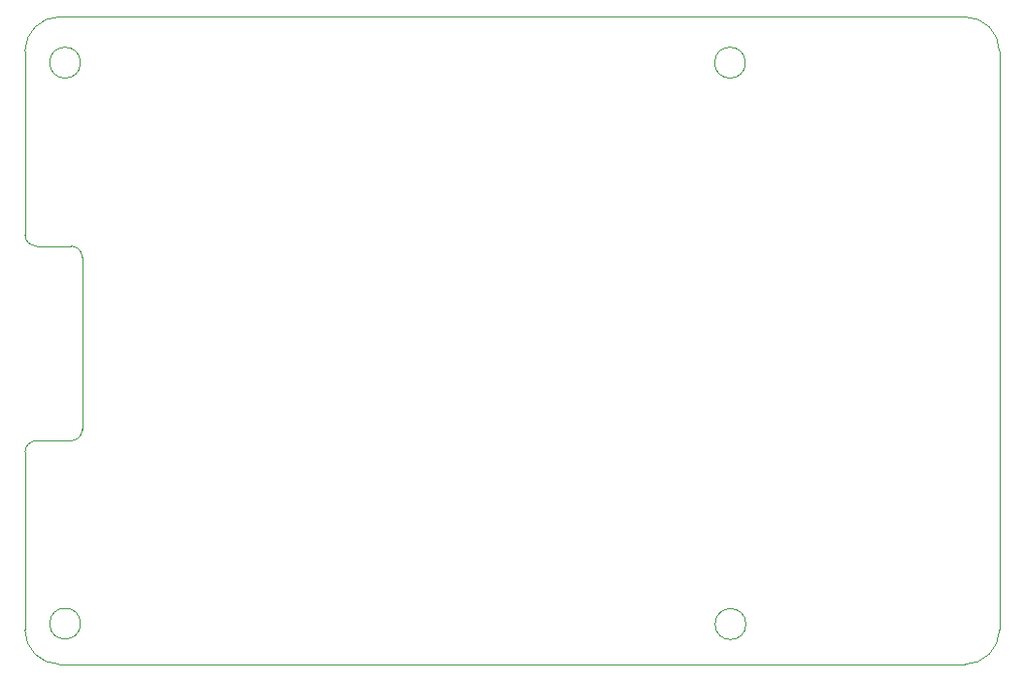
<source format=gm1>
G04 #@! TF.GenerationSoftware,KiCad,Pcbnew,(5.1.6)-1*
G04 #@! TF.CreationDate,2021-01-15T17:25:52+09:00*
G04 #@! TF.ProjectId,HATv2.0,48415476-322e-4302-9e6b-696361645f70,rev?*
G04 #@! TF.SameCoordinates,Original*
G04 #@! TF.FileFunction,Profile,NP*
%FSLAX46Y46*%
G04 Gerber Fmt 4.6, Leading zero omitted, Abs format (unit mm)*
G04 Created by KiCad (PCBNEW (5.1.6)-1) date 2021-01-15 17:25:52*
%MOMM*%
%LPD*%
G01*
G04 APERTURE LIST*
G04 #@! TA.AperFunction,Profile*
%ADD10C,0.050000*%
G04 #@! TD*
G04 #@! TA.AperFunction,Profile*
%ADD11C,0.100000*%
G04 #@! TD*
G04 APERTURE END LIST*
D10*
X183390724Y-74500000D02*
G75*
G03*
X183390724Y-74500000I-1345362J0D01*
G01*
X125345362Y-74454638D02*
G75*
G03*
X125345362Y-74454638I-1345362J0D01*
G01*
X183345362Y-25500000D02*
G75*
G03*
X183345362Y-25500000I-1345362J0D01*
G01*
X125345362Y-25500000D02*
G75*
G03*
X125345362Y-25500000I-1345362J0D01*
G01*
D11*
X123500000Y-78000000D02*
X202500000Y-78000000D01*
X120500000Y-24500000D02*
X120500000Y-40500000D01*
X120500000Y-75000000D02*
G75*
G03*
X123500000Y-78000000I3000000J0D01*
G01*
X125500000Y-42500000D02*
X125500000Y-57500000D01*
X120500000Y-59500000D02*
X120500000Y-75000000D01*
X121500000Y-58500000D02*
X124500000Y-58500000D01*
X205500000Y-24500000D02*
X205500000Y-75000000D01*
X123500000Y-21500000D02*
G75*
G03*
X120500000Y-24500000I0J-3000000D01*
G01*
X123500000Y-21500000D02*
X202500000Y-21500000D01*
X125500000Y-42500000D02*
G75*
G03*
X124500000Y-41500000I-1000000J0D01*
G01*
X121500000Y-58500000D02*
G75*
G03*
X120500000Y-59500000I0J-1000000D01*
G01*
X205500000Y-24500000D02*
G75*
G03*
X202500000Y-21500000I-3000000J0D01*
G01*
X121500000Y-41500000D02*
X124500000Y-41500000D01*
X202500000Y-78000000D02*
G75*
G03*
X205500000Y-75000000I0J3000000D01*
G01*
X124500000Y-58500000D02*
G75*
G03*
X125500000Y-57500000I0J1000000D01*
G01*
X120500000Y-40500000D02*
G75*
G03*
X121500000Y-41500000I1000000J0D01*
G01*
M02*

</source>
